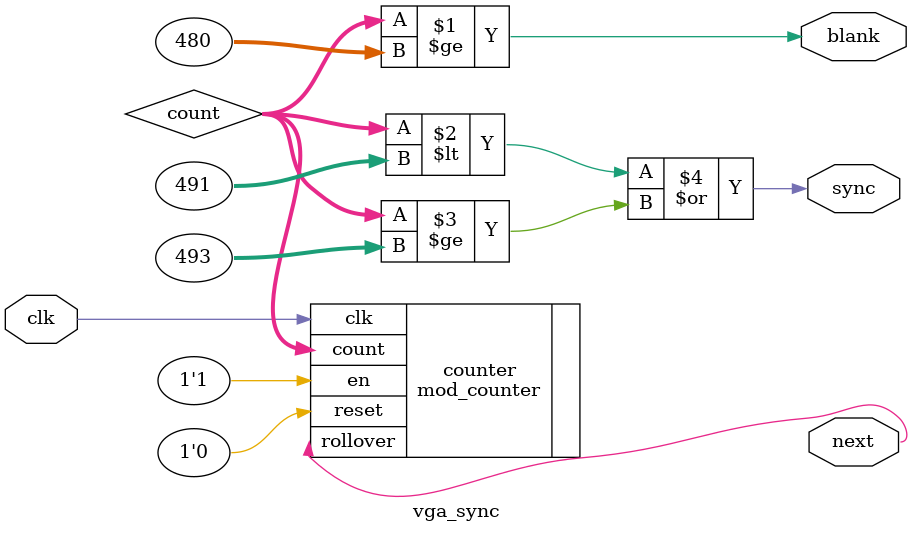
<source format=v>
`timescale 1ns / 1ps
module vga_sync(
    input clk,
    output blank,
    output sync,
    output next
    );

  /* example parameters for 640x480@60Hz vsync. find more at http://www-mtl.mit.edu/Courses/6.111/labkit/vga.shtml */
  parameter VISIBLE     = 480;
  parameter FRONT_PORCH = 11;
  parameter SYNC_PULSE  = 2;
  parameter BACK_PORCH  = 31;
  localparam SYNC_ON = VISIBLE + FRONT_PORCH;
  localparam SYNC_OFF = SYNC_ON + SYNC_PULSE;
  localparam TOTAL = VISIBLE + FRONT_PORCH + SYNC_PULSE + BACK_PORCH;
  
  wire [$clog2(TOTAL)-1:0] count;
  mod_counter #(.MAX(TOTAL-1)) counter(.clk(clk), .en(1'b1), .reset(1'b0), .count(count), .rollover(next));
  
  assign blank = count >= VISIBLE;
  assign sync = count < SYNC_ON | count >= SYNC_OFF;
endmodule

</source>
